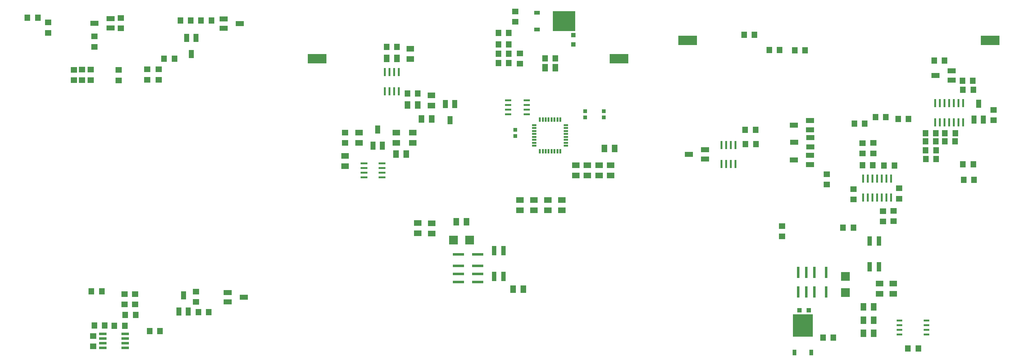
<source format=gtp>
%MOIN*%
%OFA0B0*%
%FSLAX34Y34*%
%IPPOS*%
%LPD*%
%AMOC8*
5,1,8,0,0,$1,22.5*%
%AMOC80*
5,1,8,0,0,$1,22.5*%
%AMOC81*
5,1,8,0,0,$1,22.5*%
%AMOC800*
5,1,8,0,0,$1,22.5*%
%ADD10R,0.08X0.026000000000000002*%
%ADD11R,0.070984251968503942X0.062992125984251982*%
%ADD12R,0.062992125984251982X0.070984251968503942*%
%ADD13R,0.086000000000000007X0.052000000000000005*%
%ADD14R,0.052000000000000005X0.086000000000000007*%
%ADD25R,0.086000000000000007X0.052000000000000005*%
%ADD26R,0.062992125984251982X0.070984251968503942*%
%ADD27R,0.070984251968503942X0.062992125984251982*%
%ADD28R,0.052000000000000005X0.086000000000000007*%
%ADD39R,0.03937007874015748X0.043307086614173235*%
%ADD40R,0.070866141732283464X0.062992125984251982*%
%ADD41R,0.062992125984251982X0.070866141732283464*%
%ADD42R,0.024000000000000004X0.087000000000000008*%
%ADD43R,0.062992125984251982X0.07874015748031496*%
%ADD44R,0.07874015748031496X0.062992125984251982*%
%ADD45R,0.052000000000000005X0.086000000000000007*%
%ADD46R,0.078000000000000014X0.022*%
%ADD47R,0.05X0.022*%
%ADD48R,0.022X0.05*%
%ADD49R,0.12204724409448819X0.031496062992125991*%
%ADD50R,0.05X0.1*%
%ADD51R,0.062992125984251982X0.03937007874015748*%
%ADD52R,0.24409448818897639X0.21259842519685043*%
%ADD53R,0.094488188976377951X0.094488188976377951*%
%ADD54R,0.05X0.05*%
%ADD55R,0.2X0.1*%
%ADD56R,0.067716535433070865X0.023622047244094488*%
%ADD67R,0.062992125984251982X0.070866141732283464*%
%ADD68R,0.070866141732283464X0.062992125984251982*%
%ADD69R,0.023622047244094488X0.086614173228346469*%
%ADD70R,0.031496062992125991X0.12204724409448819*%
%ADD71R,0.05X0.1*%
%ADD72R,0.062992125984251982X0.070984251968503942*%
%ADD73R,0.086000000000000007X0.052000000000000005*%
%ADD74R,0.070984251968503942X0.062992125984251982*%
%ADD75R,0.052000000000000005X0.086000000000000007*%
%ADD76R,0.07874015748031496X0.062992125984251982*%
%ADD77R,0.062992125984251982X0.07874015748031496*%
%ADD78R,0.03937007874015748X0.062992125984251982*%
%ADD79R,0.21259842519685043X0.24409448818897639*%
%ADD80R,0.061000000000000006X0.021*%
%ADD81R,0.094488188976377951X0.094488188976377951*%
%ADD82R,0.05X0.05*%
%ADD83R,0.2X0.1*%
%LPD*%
G75*
G01*
D10*
X-0005118Y0016141D02*
X0013279Y0022139D03*
X0010859Y0022139D03*
X0013279Y0022639D03*
X0013279Y0023139D03*
X0010859Y0022639D03*
X0010859Y0023139D03*
X0013279Y0023639D03*
X0010859Y0023639D03*
D11*
X0014353Y0026789D03*
X0014353Y0027908D03*
X0013208Y0027900D03*
X0013208Y0026782D03*
D12*
X0010759Y0028184D03*
X0009639Y0028184D03*
X0014399Y0025678D03*
X0013281Y0025678D03*
D11*
X0009829Y0023405D03*
X0009829Y0022286D03*
D12*
X0017018Y0023940D03*
X0015899Y0023940D03*
X0009962Y0024539D03*
X0011081Y0024539D03*
D13*
X0024258Y0028059D03*
X0025990Y0027559D03*
X0024258Y0027056D03*
D12*
X0022250Y0025966D03*
X0021130Y0025966D03*
X0013236Y0024501D03*
X0012117Y0024501D03*
D14*
X0019032Y0026025D03*
X0019534Y0027758D03*
X0020035Y0026025D03*
D11*
X0020881Y0027058D03*
X0020881Y0028177D03*
G75*
G01*
D25*
X0001968Y0050000D02*
X0023844Y0057417D03*
X0025577Y0056917D03*
X0023844Y0056416D03*
D26*
X0020315Y0057261D03*
X0019195Y0057261D03*
X0017453Y0053160D03*
X0018573Y0053160D03*
D27*
X0016856Y0050909D03*
X0016856Y0052028D03*
X0009573Y0051997D03*
X0009573Y0050877D03*
X0012802Y0057544D03*
X0012802Y0056424D03*
D25*
X0011718Y0056472D03*
X0009986Y0056974D03*
X0011718Y0057474D03*
D27*
X0015633Y0050909D03*
X0015633Y0052028D03*
X0008650Y0051997D03*
X0008650Y0050877D03*
D26*
X0002770Y0057570D03*
X0003890Y0057570D03*
D27*
X0009968Y0055559D03*
X0009968Y0054439D03*
X0005011Y0055940D03*
X0005011Y0057059D03*
X0007765Y0050857D03*
X0007765Y0051977D03*
D26*
X0021408Y0057261D03*
X0022528Y0057261D03*
D27*
X0012573Y0051966D03*
X0012573Y0050847D03*
D28*
X0020867Y0055405D03*
X0020366Y0053673D03*
X0019864Y0055405D03*
G04 next file*
%LPD*%
G75*
G01*
D39*
X0032677Y0019685D02*
X0064627Y0047519D03*
X0064627Y0046849D03*
X0062627Y0047519D03*
X0062627Y0046849D03*
D40*
X0036877Y0045236D03*
X0036877Y0044132D03*
D41*
X0042429Y0054435D03*
X0041326Y0054435D03*
X0043576Y0049435D03*
X0044679Y0049435D03*
D42*
X0041127Y0049654D03*
X0041627Y0049654D03*
X0042127Y0049654D03*
X0042627Y0049654D03*
X0042627Y0051715D03*
X0042127Y0051715D03*
X0041627Y0051715D03*
X0041127Y0051715D03*
D43*
X0041326Y0053185D03*
X0042429Y0053185D03*
X0043576Y0048185D03*
X0044679Y0048185D03*
X0045076Y0046685D03*
X0046179Y0046685D03*
D44*
X0046127Y0049236D03*
X0046127Y0048133D03*
D45*
X0048629Y0048301D03*
X0048127Y0046567D03*
X0047626Y0048301D03*
D43*
X0059429Y0052185D03*
X0058326Y0052185D03*
D44*
X0043877Y0054236D03*
X0043877Y0053133D03*
X0038377Y0044132D03*
X0038377Y0045236D03*
D43*
X0042326Y0042935D03*
X0043429Y0042935D03*
D44*
X0046178Y0035493D03*
X0046178Y0034391D03*
X0036877Y0041632D03*
X0036877Y0042736D03*
X0044127Y0045236D03*
X0044127Y0044132D03*
X0042377Y0045236D03*
X0042377Y0044132D03*
D45*
X0039876Y0043818D03*
X0040377Y0045551D03*
X0040879Y0043818D03*
D46*
X0040847Y0040435D03*
X0040847Y0040935D03*
X0040847Y0041435D03*
X0040847Y0041935D03*
X0038907Y0041935D03*
X0038907Y0041435D03*
X0038907Y0040935D03*
X0038907Y0040435D03*
D47*
X0060567Y0043832D03*
X0060567Y0044147D03*
X0060567Y0044462D03*
X0060567Y0044776D03*
X0060567Y0045092D03*
X0060567Y0045407D03*
X0060567Y0045721D03*
X0060567Y0046037D03*
D48*
X0059980Y0046625D03*
X0059665Y0046625D03*
X0059350Y0046625D03*
X0059035Y0046625D03*
X0058720Y0046625D03*
X0058404Y0046625D03*
X0058090Y0046625D03*
X0057775Y0046625D03*
D47*
X0057187Y0046037D03*
X0057187Y0045721D03*
X0057187Y0045407D03*
X0057187Y0045092D03*
X0057187Y0044776D03*
X0057187Y0044462D03*
X0057187Y0044147D03*
X0057187Y0043832D03*
D48*
X0057775Y0043244D03*
X0058090Y0043244D03*
X0058404Y0043244D03*
X0058720Y0043244D03*
X0059035Y0043244D03*
X0059350Y0043244D03*
X0059665Y0043244D03*
X0059980Y0043244D03*
D44*
X0062876Y0040633D03*
X0062876Y0041736D03*
X0064127Y0040633D03*
X0064127Y0041736D03*
X0065377Y0040633D03*
X0065377Y0041736D03*
X0061627Y0040633D03*
X0061627Y0041736D03*
X0044661Y0034415D03*
X0044661Y0035517D03*
D43*
X0049901Y0035657D03*
X0048798Y0035657D03*
D49*
X0049025Y0032181D03*
X0049025Y0030921D03*
X0049025Y0030055D03*
X0049025Y0029188D03*
X0051112Y0032181D03*
X0051112Y0030921D03*
X0051112Y0030055D03*
X0051112Y0029188D03*
D50*
X0053877Y0032562D03*
X0052877Y0032562D03*
X0052877Y0029807D03*
X0053877Y0029807D03*
D44*
X0055627Y0037986D03*
X0055627Y0036883D03*
X0057127Y0036883D03*
X0057127Y0037986D03*
X0058627Y0036883D03*
X0058627Y0037986D03*
D41*
X0058326Y0053185D03*
X0059429Y0053185D03*
D40*
X0055127Y0058236D03*
X0055127Y0057133D03*
D51*
X0057488Y0058082D03*
X0057488Y0056287D03*
D52*
X0060362Y0057185D03*
D43*
X0054891Y0028423D03*
X0055993Y0028423D03*
D41*
X0053326Y0054685D03*
X0054429Y0054685D03*
X0053326Y0053684D03*
X0054429Y0053684D03*
X0053326Y0052684D03*
X0054429Y0052684D03*
D40*
X0055627Y0053735D03*
X0055627Y0052633D03*
D53*
X0048511Y0033685D03*
X0050244Y0033685D03*
D54*
X0061377Y0055685D03*
X0061377Y0054685D03*
D44*
X0060127Y0036883D03*
X0060127Y0037986D03*
D41*
X0054429Y0055935D03*
X0053326Y0055935D03*
D55*
X0066265Y0053149D03*
X0033856Y0053149D03*
D39*
X0055127Y0044850D03*
X0055127Y0045519D03*
D56*
X0056377Y0047185D03*
X0056377Y0047685D03*
X0056377Y0048185D03*
X0056377Y0048685D03*
X0054377Y0048685D03*
X0054377Y0048185D03*
X0054377Y0047685D03*
X0054377Y0047185D03*
D43*
X0064704Y0043525D03*
X0065806Y0043525D03*
G04 next file*
G04 EAGLE Gerber RS-274X export*
G75*
G01*
D67*
X0072440Y0019685D02*
X0099195Y0042398D03*
X0100298Y0042398D03*
D68*
X0095725Y0036829D03*
X0095725Y0035727D03*
D67*
X0079700Y0055725D03*
X0080802Y0055725D03*
X0088167Y0023246D03*
X0089269Y0023246D03*
X0083500Y0054098D03*
X0082398Y0054098D03*
D69*
X0092960Y0038256D03*
X0092960Y0040303D03*
X0092461Y0038256D03*
X0093461Y0038256D03*
X0093961Y0038256D03*
X0092461Y0040303D03*
X0093461Y0040303D03*
X0093961Y0040303D03*
X0094961Y0038256D03*
X0094961Y0040303D03*
X0094461Y0038256D03*
X0095460Y0038256D03*
X0094461Y0040303D03*
X0095460Y0040303D03*
X0100718Y0046348D03*
X0100718Y0048396D03*
X0100218Y0046348D03*
X0101218Y0046348D03*
X0101717Y0046348D03*
X0100218Y0048396D03*
X0101218Y0048396D03*
X0101717Y0048396D03*
X0102718Y0046348D03*
X0102718Y0048396D03*
X0102218Y0046348D03*
X0103218Y0046348D03*
X0102218Y0048396D03*
X0103218Y0048396D03*
D70*
X0088512Y0030219D03*
X0087251Y0030219D03*
X0086386Y0030219D03*
X0085519Y0030219D03*
X0088512Y0028133D03*
X0087251Y0028133D03*
X0086386Y0028133D03*
X0085519Y0028133D03*
D71*
X0093168Y0030832D03*
X0094168Y0030832D03*
X0094168Y0033589D03*
X0093168Y0033589D03*
D72*
X0100275Y0044290D03*
X0099155Y0044290D03*
D73*
X0101984Y0050871D03*
X0100252Y0051373D03*
X0101984Y0051874D03*
X0086759Y0045527D03*
X0085027Y0046028D03*
X0086759Y0046529D03*
D74*
X0093561Y0044124D03*
X0093561Y0043004D03*
D72*
X0093512Y0041731D03*
X0092393Y0041731D03*
D73*
X0086792Y0043682D03*
X0085060Y0044185D03*
X0086792Y0044686D03*
D72*
X0096224Y0046708D03*
X0097344Y0046708D03*
X0104298Y0049821D03*
X0103179Y0049821D03*
X0101209Y0052958D03*
X0100089Y0052958D03*
D75*
X0104365Y0046616D03*
X0104867Y0048348D03*
X0105368Y0046616D03*
D74*
X0106477Y0047673D03*
X0106477Y0046553D03*
X0083779Y0035205D03*
X0083779Y0034085D03*
D73*
X0075511Y0042401D03*
X0073779Y0042901D03*
X0075511Y0043403D03*
D76*
X0094225Y0029026D03*
X0094225Y0027924D03*
D72*
X0099170Y0043346D03*
X0100290Y0043346D03*
X0104248Y0050789D03*
X0103129Y0050789D03*
X0100287Y0045174D03*
X0099167Y0045174D03*
D77*
X0093610Y0026525D03*
X0092507Y0026525D03*
D72*
X0102352Y0044284D03*
X0101232Y0044284D03*
X0104384Y0040149D03*
X0103265Y0040149D03*
X0104302Y0041830D03*
X0103182Y0041830D03*
D77*
X0092507Y0025112D03*
X0093610Y0025112D03*
D76*
X0095696Y0029031D03*
X0095696Y0027930D03*
D72*
X0090306Y0035039D03*
X0091425Y0035039D03*
X0101237Y0045175D03*
X0102356Y0045175D03*
X0094708Y0041708D03*
X0095828Y0041708D03*
D74*
X0094603Y0035693D03*
X0094603Y0036812D03*
D72*
X0092646Y0046211D03*
X0091526Y0046211D03*
X0093795Y0046905D03*
X0094914Y0046905D03*
D78*
X0085098Y0021644D03*
X0086893Y0021644D03*
D79*
X0085996Y0024518D03*
D80*
X0096357Y0025057D03*
X0096357Y0024557D03*
X0096357Y0024057D03*
X0096357Y0023557D03*
X0099277Y0023557D03*
X0099277Y0024057D03*
X0099277Y0024557D03*
X0099277Y0025057D03*
D81*
X0090557Y0029807D03*
X0090557Y0028075D03*
D82*
X0085637Y0026175D03*
X0086637Y0026175D03*
D83*
X0106115Y0055118D03*
X0073642Y0055118D03*
D67*
X0086251Y0054055D03*
X0085149Y0054055D03*
D77*
X0093610Y0023699D03*
X0092507Y0023699D03*
D74*
X0092391Y0042989D03*
X0092391Y0044109D03*
D72*
X0080934Y0045548D03*
X0079814Y0045548D03*
X0079838Y0043996D03*
X0080958Y0043996D03*
D73*
X0086785Y0041804D03*
X0085053Y0042305D03*
X0086785Y0042806D03*
D74*
X0091449Y0038055D03*
X0091449Y0039175D03*
X0096324Y0038140D03*
X0096324Y0039260D03*
D69*
X0078277Y0043906D03*
X0078277Y0041859D03*
X0078776Y0043906D03*
X0077777Y0043906D03*
X0077277Y0043906D03*
X0078776Y0041859D03*
X0077777Y0041859D03*
X0077277Y0041859D03*
D67*
X0098390Y0022057D03*
X0097287Y0022057D03*
D74*
X0088581Y0039661D03*
X0088581Y0040781D03*
M02*
</source>
